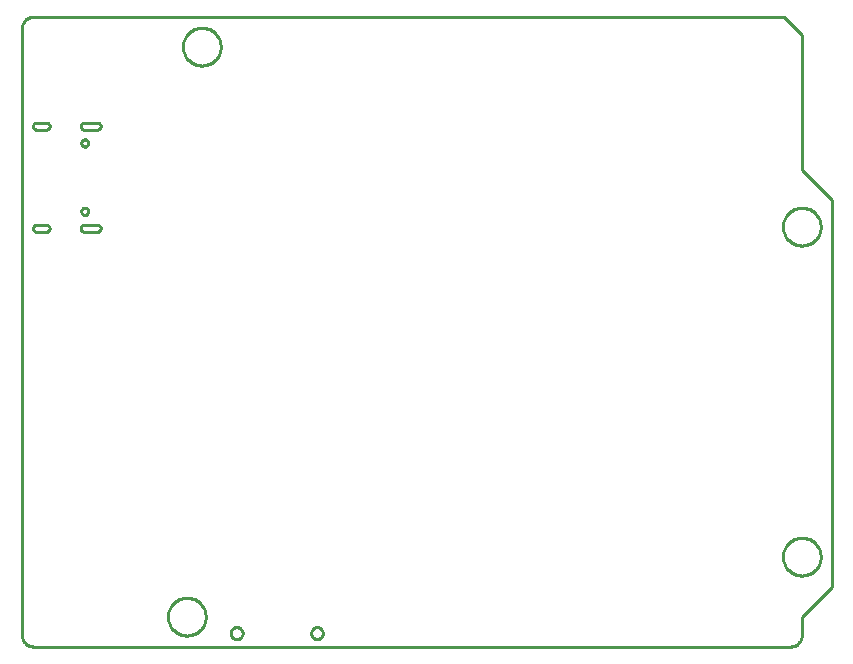
<source format=gbr>
G04 EAGLE Gerber RS-274X export*
G75*
%MOMM*%
%FSLAX34Y34*%
%LPD*%
%IN*%
%IPPOS*%
%AMOC8*
5,1,8,0,0,1.08239X$1,22.5*%
G01*
%ADD10C,0.254000*%


D10*
X0Y10000D02*
X38Y9128D01*
X152Y8264D01*
X341Y7412D01*
X603Y6580D01*
X937Y5774D01*
X1340Y5000D01*
X1808Y4264D01*
X2340Y3572D01*
X2929Y2929D01*
X3572Y2340D01*
X4264Y1808D01*
X5000Y1340D01*
X5774Y937D01*
X6580Y603D01*
X7412Y341D01*
X8264Y152D01*
X9128Y38D01*
X10000Y0D01*
X650400Y0D01*
X651272Y38D01*
X652136Y152D01*
X652988Y341D01*
X653820Y603D01*
X654626Y937D01*
X655400Y1340D01*
X656136Y1808D01*
X656828Y2340D01*
X657471Y2929D01*
X658060Y3572D01*
X658592Y4264D01*
X659060Y5000D01*
X659463Y5774D01*
X659797Y6580D01*
X660059Y7412D01*
X660248Y8264D01*
X660362Y9128D01*
X660400Y10000D01*
X660400Y25400D01*
X685800Y50800D01*
X685800Y378460D01*
X660400Y403860D01*
X660400Y518160D01*
X645160Y533400D01*
X10000Y533400D01*
X9128Y533362D01*
X8264Y533248D01*
X7412Y533059D01*
X6580Y532797D01*
X5774Y532463D01*
X5000Y532060D01*
X4264Y531592D01*
X3572Y531060D01*
X2929Y530471D01*
X2340Y529828D01*
X1808Y529136D01*
X1340Y528400D01*
X937Y527626D01*
X603Y526820D01*
X341Y525988D01*
X152Y525136D01*
X38Y524272D01*
X0Y523400D01*
X0Y10000D01*
X9510Y354260D02*
X9521Y353999D01*
X9556Y353739D01*
X9612Y353484D01*
X9691Y353234D01*
X9791Y352992D01*
X9912Y352760D01*
X10053Y352539D01*
X10212Y352332D01*
X10389Y352139D01*
X10582Y351962D01*
X10789Y351803D01*
X11010Y351662D01*
X11242Y351541D01*
X11484Y351441D01*
X11734Y351362D01*
X11989Y351306D01*
X12249Y351271D01*
X12510Y351260D01*
X20510Y351260D01*
X20771Y351271D01*
X21031Y351306D01*
X21286Y351362D01*
X21536Y351441D01*
X21778Y351541D01*
X22010Y351662D01*
X22231Y351803D01*
X22438Y351962D01*
X22631Y352139D01*
X22808Y352332D01*
X22967Y352539D01*
X23108Y352760D01*
X23229Y352992D01*
X23329Y353234D01*
X23408Y353484D01*
X23464Y353739D01*
X23499Y353999D01*
X23510Y354260D01*
X23499Y354521D01*
X23464Y354781D01*
X23408Y355036D01*
X23329Y355286D01*
X23229Y355528D01*
X23108Y355760D01*
X22967Y355981D01*
X22808Y356188D01*
X22631Y356381D01*
X22438Y356558D01*
X22231Y356717D01*
X22010Y356858D01*
X21778Y356979D01*
X21536Y357079D01*
X21286Y357158D01*
X21031Y357214D01*
X20771Y357249D01*
X20510Y357260D01*
X12510Y357260D01*
X12249Y357249D01*
X11989Y357214D01*
X11734Y357158D01*
X11484Y357079D01*
X11242Y356979D01*
X11010Y356858D01*
X10789Y356717D01*
X10582Y356558D01*
X10389Y356381D01*
X10212Y356188D01*
X10053Y355981D01*
X9912Y355760D01*
X9791Y355528D01*
X9691Y355286D01*
X9612Y355036D01*
X9556Y354781D01*
X9521Y354521D01*
X9510Y354260D01*
X9510Y440760D02*
X9521Y440499D01*
X9556Y440239D01*
X9612Y439984D01*
X9691Y439734D01*
X9791Y439492D01*
X9912Y439260D01*
X10053Y439039D01*
X10212Y438832D01*
X10389Y438639D01*
X10582Y438462D01*
X10789Y438303D01*
X11010Y438162D01*
X11242Y438041D01*
X11484Y437941D01*
X11734Y437862D01*
X11989Y437806D01*
X12249Y437771D01*
X12510Y437760D01*
X20510Y437760D01*
X20771Y437771D01*
X21031Y437806D01*
X21286Y437862D01*
X21536Y437941D01*
X21778Y438041D01*
X22010Y438162D01*
X22231Y438303D01*
X22438Y438462D01*
X22631Y438639D01*
X22808Y438832D01*
X22967Y439039D01*
X23108Y439260D01*
X23229Y439492D01*
X23329Y439734D01*
X23408Y439984D01*
X23464Y440239D01*
X23499Y440499D01*
X23510Y440760D01*
X23499Y441021D01*
X23464Y441281D01*
X23408Y441536D01*
X23329Y441786D01*
X23229Y442028D01*
X23108Y442260D01*
X22967Y442481D01*
X22808Y442688D01*
X22631Y442881D01*
X22438Y443058D01*
X22231Y443217D01*
X22010Y443358D01*
X21778Y443479D01*
X21536Y443579D01*
X21286Y443658D01*
X21031Y443714D01*
X20771Y443749D01*
X20510Y443760D01*
X12510Y443760D01*
X12249Y443749D01*
X11989Y443714D01*
X11734Y443658D01*
X11484Y443579D01*
X11242Y443479D01*
X11010Y443358D01*
X10789Y443217D01*
X10582Y443058D01*
X10389Y442881D01*
X10212Y442688D01*
X10053Y442481D01*
X9912Y442260D01*
X9791Y442028D01*
X9691Y441786D01*
X9612Y441536D01*
X9556Y441281D01*
X9521Y441021D01*
X9510Y440760D01*
X49710Y354260D02*
X49721Y353999D01*
X49756Y353739D01*
X49812Y353484D01*
X49891Y353234D01*
X49991Y352992D01*
X50112Y352760D01*
X50253Y352539D01*
X50412Y352332D01*
X50589Y352139D01*
X50782Y351962D01*
X50989Y351803D01*
X51210Y351662D01*
X51442Y351541D01*
X51684Y351441D01*
X51934Y351362D01*
X52189Y351306D01*
X52449Y351271D01*
X52710Y351260D01*
X63710Y351260D01*
X63971Y351271D01*
X64231Y351306D01*
X64486Y351362D01*
X64736Y351441D01*
X64978Y351541D01*
X65210Y351662D01*
X65431Y351803D01*
X65638Y351962D01*
X65831Y352139D01*
X66008Y352332D01*
X66167Y352539D01*
X66308Y352760D01*
X66429Y352992D01*
X66529Y353234D01*
X66608Y353484D01*
X66664Y353739D01*
X66699Y353999D01*
X66710Y354260D01*
X66699Y354521D01*
X66664Y354781D01*
X66608Y355036D01*
X66529Y355286D01*
X66429Y355528D01*
X66308Y355760D01*
X66167Y355981D01*
X66008Y356188D01*
X65831Y356381D01*
X65638Y356558D01*
X65431Y356717D01*
X65210Y356858D01*
X64978Y356979D01*
X64736Y357079D01*
X64486Y357158D01*
X64231Y357214D01*
X63971Y357249D01*
X63710Y357260D01*
X52710Y357260D01*
X52449Y357249D01*
X52189Y357214D01*
X51934Y357158D01*
X51684Y357079D01*
X51442Y356979D01*
X51210Y356858D01*
X50989Y356717D01*
X50782Y356558D01*
X50589Y356381D01*
X50412Y356188D01*
X50253Y355981D01*
X50112Y355760D01*
X49991Y355528D01*
X49891Y355286D01*
X49812Y355036D01*
X49756Y354781D01*
X49721Y354521D01*
X49710Y354260D01*
X49710Y440760D02*
X49721Y440499D01*
X49756Y440239D01*
X49812Y439984D01*
X49891Y439734D01*
X49991Y439492D01*
X50112Y439260D01*
X50253Y439039D01*
X50412Y438832D01*
X50589Y438639D01*
X50782Y438462D01*
X50989Y438303D01*
X51210Y438162D01*
X51442Y438041D01*
X51684Y437941D01*
X51934Y437862D01*
X52189Y437806D01*
X52449Y437771D01*
X52710Y437760D01*
X63710Y437760D01*
X63971Y437771D01*
X64231Y437806D01*
X64486Y437862D01*
X64736Y437941D01*
X64978Y438041D01*
X65210Y438162D01*
X65431Y438303D01*
X65638Y438462D01*
X65831Y438639D01*
X66008Y438832D01*
X66167Y439039D01*
X66308Y439260D01*
X66429Y439492D01*
X66529Y439734D01*
X66608Y439984D01*
X66664Y440239D01*
X66699Y440499D01*
X66710Y440760D01*
X66699Y441021D01*
X66664Y441281D01*
X66608Y441536D01*
X66529Y441786D01*
X66429Y442028D01*
X66308Y442260D01*
X66167Y442481D01*
X66008Y442688D01*
X65831Y442881D01*
X65638Y443058D01*
X65431Y443217D01*
X65210Y443358D01*
X64978Y443479D01*
X64736Y443579D01*
X64486Y443658D01*
X64231Y443714D01*
X63971Y443749D01*
X63710Y443760D01*
X52710Y443760D01*
X52449Y443749D01*
X52189Y443714D01*
X51934Y443658D01*
X51684Y443579D01*
X51442Y443479D01*
X51210Y443358D01*
X50989Y443217D01*
X50782Y443058D01*
X50589Y442881D01*
X50412Y442688D01*
X50253Y442481D01*
X50112Y442260D01*
X49991Y442028D01*
X49891Y441786D01*
X49812Y441536D01*
X49756Y441281D01*
X49721Y441021D01*
X49710Y440760D01*
X676400Y355076D02*
X676332Y354031D01*
X676195Y352992D01*
X675990Y351965D01*
X675719Y350953D01*
X675383Y349961D01*
X674982Y348993D01*
X674518Y348054D01*
X673995Y347146D01*
X673413Y346275D01*
X672775Y345444D01*
X672084Y344657D01*
X671343Y343916D01*
X670556Y343225D01*
X669725Y342588D01*
X668854Y342006D01*
X667946Y341482D01*
X667007Y341018D01*
X666039Y340617D01*
X665047Y340281D01*
X664035Y340010D01*
X663008Y339805D01*
X661969Y339669D01*
X660924Y339600D01*
X659876Y339600D01*
X658831Y339669D01*
X657792Y339805D01*
X656765Y340010D01*
X655753Y340281D01*
X654761Y340617D01*
X653793Y341018D01*
X652854Y341482D01*
X651946Y342006D01*
X651075Y342588D01*
X650244Y343225D01*
X649457Y343916D01*
X648716Y344657D01*
X648025Y345444D01*
X647388Y346275D01*
X646806Y347146D01*
X646282Y348054D01*
X645818Y348993D01*
X645417Y349961D01*
X645081Y350953D01*
X644810Y351965D01*
X644605Y352992D01*
X644469Y354031D01*
X644400Y355076D01*
X644400Y356124D01*
X644469Y357169D01*
X644605Y358208D01*
X644810Y359235D01*
X645081Y360247D01*
X645417Y361239D01*
X645818Y362207D01*
X646282Y363146D01*
X646806Y364054D01*
X647388Y364925D01*
X648025Y365756D01*
X648716Y366543D01*
X649457Y367284D01*
X650244Y367975D01*
X651075Y368613D01*
X651946Y369195D01*
X652854Y369718D01*
X653793Y370182D01*
X654761Y370583D01*
X655753Y370919D01*
X656765Y371190D01*
X657792Y371395D01*
X658831Y371532D01*
X659876Y371600D01*
X660924Y371600D01*
X661969Y371532D01*
X663008Y371395D01*
X664035Y371190D01*
X665047Y370919D01*
X666039Y370583D01*
X667007Y370182D01*
X667946Y369718D01*
X668854Y369195D01*
X669725Y368613D01*
X670556Y367975D01*
X671343Y367284D01*
X672084Y366543D01*
X672775Y365756D01*
X673413Y364925D01*
X673995Y364054D01*
X674518Y363146D01*
X674982Y362207D01*
X675383Y361239D01*
X675719Y360247D01*
X675990Y359235D01*
X676195Y358208D01*
X676332Y357169D01*
X676400Y356124D01*
X676400Y355076D01*
X676400Y75676D02*
X676332Y74631D01*
X676195Y73592D01*
X675990Y72565D01*
X675719Y71553D01*
X675383Y70561D01*
X674982Y69593D01*
X674518Y68654D01*
X673995Y67746D01*
X673413Y66875D01*
X672775Y66044D01*
X672084Y65257D01*
X671343Y64516D01*
X670556Y63825D01*
X669725Y63188D01*
X668854Y62606D01*
X667946Y62082D01*
X667007Y61618D01*
X666039Y61217D01*
X665047Y60881D01*
X664035Y60610D01*
X663008Y60405D01*
X661969Y60269D01*
X660924Y60200D01*
X659876Y60200D01*
X658831Y60269D01*
X657792Y60405D01*
X656765Y60610D01*
X655753Y60881D01*
X654761Y61217D01*
X653793Y61618D01*
X652854Y62082D01*
X651946Y62606D01*
X651075Y63188D01*
X650244Y63825D01*
X649457Y64516D01*
X648716Y65257D01*
X648025Y66044D01*
X647388Y66875D01*
X646806Y67746D01*
X646282Y68654D01*
X645818Y69593D01*
X645417Y70561D01*
X645081Y71553D01*
X644810Y72565D01*
X644605Y73592D01*
X644469Y74631D01*
X644400Y75676D01*
X644400Y76724D01*
X644469Y77769D01*
X644605Y78808D01*
X644810Y79835D01*
X645081Y80847D01*
X645417Y81839D01*
X645818Y82807D01*
X646282Y83746D01*
X646806Y84654D01*
X647388Y85525D01*
X648025Y86356D01*
X648716Y87143D01*
X649457Y87884D01*
X650244Y88575D01*
X651075Y89213D01*
X651946Y89795D01*
X652854Y90318D01*
X653793Y90782D01*
X654761Y91183D01*
X655753Y91519D01*
X656765Y91790D01*
X657792Y91995D01*
X658831Y92132D01*
X659876Y92200D01*
X660924Y92200D01*
X661969Y92132D01*
X663008Y91995D01*
X664035Y91790D01*
X665047Y91519D01*
X666039Y91183D01*
X667007Y90782D01*
X667946Y90318D01*
X668854Y89795D01*
X669725Y89213D01*
X670556Y88575D01*
X671343Y87884D01*
X672084Y87143D01*
X672775Y86356D01*
X673413Y85525D01*
X673995Y84654D01*
X674518Y83746D01*
X674982Y82807D01*
X675383Y81839D01*
X675719Y80847D01*
X675990Y79835D01*
X676195Y78808D01*
X676332Y77769D01*
X676400Y76724D01*
X676400Y75676D01*
X168400Y507476D02*
X168332Y506431D01*
X168195Y505392D01*
X167990Y504365D01*
X167719Y503353D01*
X167383Y502361D01*
X166982Y501393D01*
X166518Y500454D01*
X165995Y499546D01*
X165413Y498675D01*
X164775Y497844D01*
X164084Y497057D01*
X163343Y496316D01*
X162556Y495625D01*
X161725Y494988D01*
X160854Y494406D01*
X159946Y493882D01*
X159007Y493418D01*
X158039Y493017D01*
X157047Y492681D01*
X156035Y492410D01*
X155008Y492205D01*
X153969Y492069D01*
X152924Y492000D01*
X151876Y492000D01*
X150831Y492069D01*
X149792Y492205D01*
X148765Y492410D01*
X147753Y492681D01*
X146761Y493017D01*
X145793Y493418D01*
X144854Y493882D01*
X143946Y494406D01*
X143075Y494988D01*
X142244Y495625D01*
X141457Y496316D01*
X140716Y497057D01*
X140025Y497844D01*
X139388Y498675D01*
X138806Y499546D01*
X138282Y500454D01*
X137818Y501393D01*
X137417Y502361D01*
X137081Y503353D01*
X136810Y504365D01*
X136605Y505392D01*
X136469Y506431D01*
X136400Y507476D01*
X136400Y508524D01*
X136469Y509569D01*
X136605Y510608D01*
X136810Y511635D01*
X137081Y512647D01*
X137417Y513639D01*
X137818Y514607D01*
X138282Y515546D01*
X138806Y516454D01*
X139388Y517325D01*
X140025Y518156D01*
X140716Y518943D01*
X141457Y519684D01*
X142244Y520375D01*
X143075Y521013D01*
X143946Y521595D01*
X144854Y522118D01*
X145793Y522582D01*
X146761Y522983D01*
X147753Y523319D01*
X148765Y523590D01*
X149792Y523795D01*
X150831Y523932D01*
X151876Y524000D01*
X152924Y524000D01*
X153969Y523932D01*
X155008Y523795D01*
X156035Y523590D01*
X157047Y523319D01*
X158039Y522983D01*
X159007Y522582D01*
X159946Y522118D01*
X160854Y521595D01*
X161725Y521013D01*
X162556Y520375D01*
X163343Y519684D01*
X164084Y518943D01*
X164775Y518156D01*
X165413Y517325D01*
X165995Y516454D01*
X166518Y515546D01*
X166982Y514607D01*
X167383Y513639D01*
X167719Y512647D01*
X167990Y511635D01*
X168195Y510608D01*
X168332Y509569D01*
X168400Y508524D01*
X168400Y507476D01*
X155700Y24876D02*
X155632Y23831D01*
X155495Y22792D01*
X155290Y21765D01*
X155019Y20753D01*
X154683Y19761D01*
X154282Y18793D01*
X153818Y17854D01*
X153295Y16946D01*
X152713Y16075D01*
X152075Y15244D01*
X151384Y14457D01*
X150643Y13716D01*
X149856Y13025D01*
X149025Y12388D01*
X148154Y11806D01*
X147246Y11282D01*
X146307Y10818D01*
X145339Y10417D01*
X144347Y10081D01*
X143335Y9810D01*
X142308Y9605D01*
X141269Y9469D01*
X140224Y9400D01*
X139176Y9400D01*
X138131Y9469D01*
X137092Y9605D01*
X136065Y9810D01*
X135053Y10081D01*
X134061Y10417D01*
X133093Y10818D01*
X132154Y11282D01*
X131246Y11806D01*
X130375Y12388D01*
X129544Y13025D01*
X128757Y13716D01*
X128016Y14457D01*
X127325Y15244D01*
X126688Y16075D01*
X126106Y16946D01*
X125582Y17854D01*
X125118Y18793D01*
X124717Y19761D01*
X124381Y20753D01*
X124110Y21765D01*
X123905Y22792D01*
X123769Y23831D01*
X123700Y24876D01*
X123700Y25924D01*
X123769Y26969D01*
X123905Y28008D01*
X124110Y29035D01*
X124381Y30047D01*
X124717Y31039D01*
X125118Y32007D01*
X125582Y32946D01*
X126106Y33854D01*
X126688Y34725D01*
X127325Y35556D01*
X128016Y36343D01*
X128757Y37084D01*
X129544Y37775D01*
X130375Y38413D01*
X131246Y38995D01*
X132154Y39518D01*
X133093Y39982D01*
X134061Y40383D01*
X135053Y40719D01*
X136065Y40990D01*
X137092Y41195D01*
X138131Y41332D01*
X139176Y41400D01*
X140224Y41400D01*
X141269Y41332D01*
X142308Y41195D01*
X143335Y40990D01*
X144347Y40719D01*
X145339Y40383D01*
X146307Y39982D01*
X147246Y39518D01*
X148154Y38995D01*
X149025Y38413D01*
X149856Y37775D01*
X150643Y37084D01*
X151384Y36343D01*
X152075Y35556D01*
X152713Y34725D01*
X153295Y33854D01*
X153818Y32946D01*
X154282Y32007D01*
X154683Y31039D01*
X155019Y30047D01*
X155290Y29035D01*
X155495Y28008D01*
X155632Y26969D01*
X155700Y25924D01*
X155700Y24876D01*
X53074Y423410D02*
X52608Y423484D01*
X52158Y423630D01*
X51738Y423844D01*
X51356Y424122D01*
X51022Y424456D01*
X50744Y424838D01*
X50530Y425258D01*
X50384Y425708D01*
X50310Y426174D01*
X50310Y426646D01*
X50384Y427113D01*
X50530Y427562D01*
X50744Y427982D01*
X51022Y428364D01*
X51356Y428698D01*
X51738Y428976D01*
X52158Y429190D01*
X52608Y429336D01*
X53074Y429410D01*
X53546Y429410D01*
X54013Y429336D01*
X54462Y429190D01*
X54882Y428976D01*
X55264Y428698D01*
X55598Y428364D01*
X55876Y427982D01*
X56090Y427562D01*
X56236Y427113D01*
X56310Y426646D01*
X56310Y426174D01*
X56236Y425708D01*
X56090Y425258D01*
X55876Y424838D01*
X55598Y424456D01*
X55264Y424122D01*
X54882Y423844D01*
X54462Y423630D01*
X54013Y423484D01*
X53546Y423410D01*
X53074Y423410D01*
X53074Y365610D02*
X52608Y365684D01*
X52158Y365830D01*
X51738Y366044D01*
X51356Y366322D01*
X51022Y366656D01*
X50744Y367038D01*
X50530Y367458D01*
X50384Y367908D01*
X50310Y368374D01*
X50310Y368846D01*
X50384Y369313D01*
X50530Y369762D01*
X50744Y370182D01*
X51022Y370564D01*
X51356Y370898D01*
X51738Y371176D01*
X52158Y371390D01*
X52608Y371536D01*
X53074Y371610D01*
X53546Y371610D01*
X54013Y371536D01*
X54462Y371390D01*
X54882Y371176D01*
X55264Y370898D01*
X55598Y370564D01*
X55876Y370182D01*
X56090Y369762D01*
X56236Y369313D01*
X56310Y368846D01*
X56310Y368374D01*
X56236Y367908D01*
X56090Y367458D01*
X55876Y367038D01*
X55598Y366656D01*
X55264Y366322D01*
X54882Y366044D01*
X54462Y365830D01*
X54013Y365684D01*
X53546Y365610D01*
X53074Y365610D01*
X186900Y11149D02*
X186837Y10591D01*
X186712Y10044D01*
X186527Y9514D01*
X186283Y9008D01*
X185984Y8532D01*
X185634Y8093D01*
X185237Y7696D01*
X184798Y7346D01*
X184322Y7047D01*
X183816Y6803D01*
X183286Y6618D01*
X182739Y6493D01*
X182181Y6430D01*
X181619Y6430D01*
X181061Y6493D01*
X180514Y6618D01*
X179984Y6803D01*
X179478Y7047D01*
X179002Y7346D01*
X178563Y7696D01*
X178166Y8093D01*
X177816Y8532D01*
X177517Y9008D01*
X177273Y9514D01*
X177088Y10044D01*
X176963Y10591D01*
X176900Y11149D01*
X176900Y11711D01*
X176963Y12269D01*
X177088Y12816D01*
X177273Y13346D01*
X177517Y13852D01*
X177816Y14328D01*
X178166Y14767D01*
X178563Y15164D01*
X179002Y15514D01*
X179478Y15813D01*
X179984Y16057D01*
X180514Y16242D01*
X181061Y16367D01*
X181619Y16430D01*
X182181Y16430D01*
X182739Y16367D01*
X183286Y16242D01*
X183816Y16057D01*
X184322Y15813D01*
X184798Y15514D01*
X185237Y15164D01*
X185634Y14767D01*
X185984Y14328D01*
X186283Y13852D01*
X186527Y13346D01*
X186712Y12816D01*
X186837Y12269D01*
X186900Y11711D01*
X186900Y11149D01*
X254900Y11149D02*
X254837Y10591D01*
X254712Y10044D01*
X254527Y9514D01*
X254283Y9008D01*
X253984Y8532D01*
X253634Y8093D01*
X253237Y7696D01*
X252798Y7346D01*
X252322Y7047D01*
X251816Y6803D01*
X251286Y6618D01*
X250739Y6493D01*
X250181Y6430D01*
X249619Y6430D01*
X249061Y6493D01*
X248514Y6618D01*
X247984Y6803D01*
X247478Y7047D01*
X247002Y7346D01*
X246563Y7696D01*
X246166Y8093D01*
X245816Y8532D01*
X245517Y9008D01*
X245273Y9514D01*
X245088Y10044D01*
X244963Y10591D01*
X244900Y11149D01*
X244900Y11711D01*
X244963Y12269D01*
X245088Y12816D01*
X245273Y13346D01*
X245517Y13852D01*
X245816Y14328D01*
X246166Y14767D01*
X246563Y15164D01*
X247002Y15514D01*
X247478Y15813D01*
X247984Y16057D01*
X248514Y16242D01*
X249061Y16367D01*
X249619Y16430D01*
X250181Y16430D01*
X250739Y16367D01*
X251286Y16242D01*
X251816Y16057D01*
X252322Y15813D01*
X252798Y15514D01*
X253237Y15164D01*
X253634Y14767D01*
X253984Y14328D01*
X254283Y13852D01*
X254527Y13346D01*
X254712Y12816D01*
X254837Y12269D01*
X254900Y11711D01*
X254900Y11149D01*
M02*

</source>
